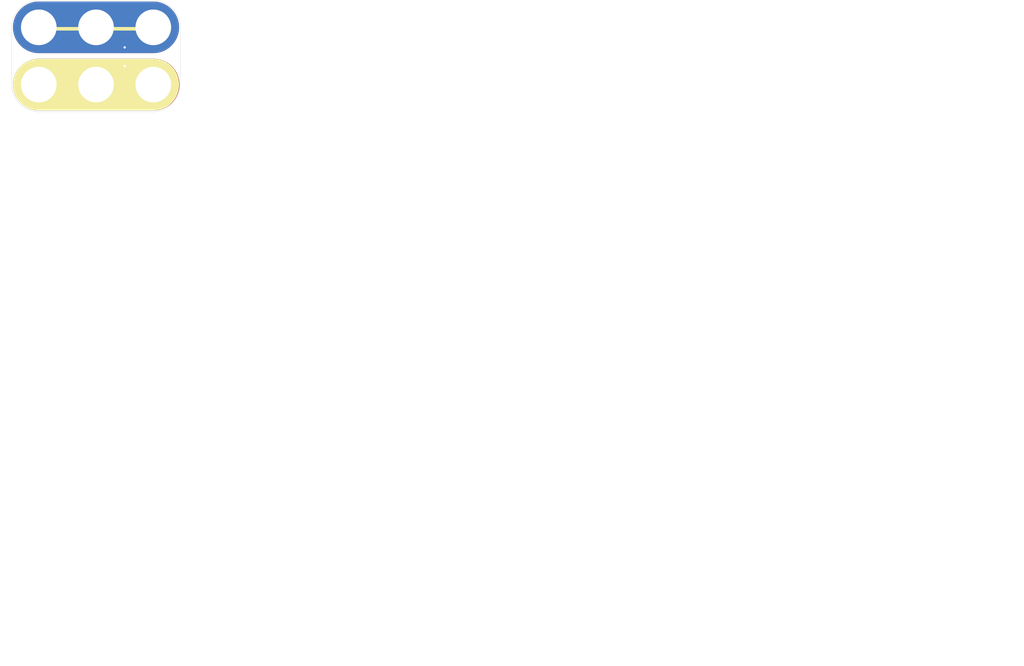
<source format=kicad_pcb>
(kicad_pcb (version 4) (host pcbnew 4.0.5-e0-6337~49~ubuntu16.04.1)

  (general
    (links 4)
    (no_connects 4)
    (area -1.81356 21.837179 141.031199 115.19408)
    (thickness 1.6)
    (drawings 1)
    (tracks 0)
    (zones 0)
    (modules 1)
    (nets 3)
  )

  (page USLetter)
  (title_block
    (title "2x3 Push Terminal 3mm Pitch SMT")
    (date "17 Mar 2017")
    (rev v1.1)
    (company "CERN Open Hardware License v1.2.")
    (comment 1 help@browndoggadgets.com)
    (comment 2 http://browndoggadgets.com/)
    (comment 3 "Brown Dog Gadgets")
  )

  (layers
    (0 F.Cu signal)
    (31 B.Cu signal)
    (34 B.Paste user)
    (35 F.Paste user)
    (36 B.SilkS user)
    (37 F.SilkS user)
    (38 B.Mask user)
    (39 F.Mask user)
    (40 Dwgs.User user)
    (44 Edge.Cuts user)
    (46 B.CrtYd user)
    (47 F.CrtYd user)
    (48 B.Fab user)
    (49 F.Fab user)
  )

  (setup
    (last_trace_width 0.254)
    (user_trace_width 0.1524)
    (user_trace_width 0.254)
    (user_trace_width 0.3302)
    (user_trace_width 0.508)
    (user_trace_width 0.762)
    (user_trace_width 1.27)
    (trace_clearance 0.254)
    (zone_clearance 0.508)
    (zone_45_only no)
    (trace_min 0.1524)
    (segment_width 0.1524)
    (edge_width 0.1524)
    (via_size 0.6858)
    (via_drill 0.3302)
    (via_min_size 0.6858)
    (via_min_drill 0.3302)
    (user_via 0.6858 0.3302)
    (user_via 0.762 0.4064)
    (user_via 0.8636 0.508)
    (uvia_size 0.6858)
    (uvia_drill 0.3302)
    (uvias_allowed no)
    (uvia_min_size 0)
    (uvia_min_drill 0)
    (pcb_text_width 0.1524)
    (pcb_text_size 1.016 1.016)
    (mod_edge_width 0.1524)
    (mod_text_size 1.016 1.016)
    (mod_text_width 0.1524)
    (pad_size 1.524 1.524)
    (pad_drill 0.762)
    (pad_to_mask_clearance 0.0762)
    (solder_mask_min_width 0.1016)
    (pad_to_paste_clearance -0.0762)
    (aux_axis_origin 0 0)
    (visible_elements FFFEDF7D)
    (pcbplotparams
      (layerselection 0x310fc_80000001)
      (usegerberextensions true)
      (excludeedgelayer true)
      (linewidth 0.100000)
      (plotframeref false)
      (viasonmask false)
      (mode 1)
      (useauxorigin false)
      (hpglpennumber 1)
      (hpglpenspeed 20)
      (hpglpendiameter 15)
      (hpglpenoverlay 2)
      (psnegative false)
      (psa4output false)
      (plotreference true)
      (plotvalue true)
      (plotinvisibletext false)
      (padsonsilk false)
      (subtractmaskfromsilk false)
      (outputformat 1)
      (mirror false)
      (drillshape 0)
      (scaleselection 1)
      (outputdirectory gerbers))
  )

  (net 0 "")
  (net 1 /1)
  (net 2 /2)

  (net_class Default "This is the default net class."
    (clearance 0.254)
    (trace_width 0.254)
    (via_dia 0.6858)
    (via_drill 0.3302)
    (uvia_dia 0.6858)
    (uvia_drill 0.3302)
    (add_net /1)
    (add_net /2)
  )

  (module Crazy_Circuits:PUSH-TERMINAL-3MM-SMT-2x3 (layer F.Cu) (tedit 592AE51B) (tstamp 592B168F)
    (at 3.6055 33.9115)
    (descr "10mm LED 5mm pitch through hole center polarized")
    (path /587EB9D9)
    (fp_text reference J1 (at 4 -5) (layer B.SilkS) hide
      (effects (font (size 1 1) (thickness 0.15)) (justify mirror))
    )
    (fp_text value "Push Terminal Block" (at 12 -4) (layer F.Fab) hide
      (effects (font (size 1 1) (thickness 0.15)))
    )
    (fp_arc (start 16.002 -8.001) (end 13.2715 -7.8105) (angle 233.6768376) (layer F.Mask) (width 0.6))
    (fp_line (start 0 -7.8) (end 16.2 -7.8) (layer F.SilkS) (width 0.5))
    (fp_text user HOLES (at 17.4 -4 90) (layer F.Fab)
      (effects (font (size 0.762 0.762) (thickness 0.15)))
    )
    (fp_text user 3.5mm (at 12 -6) (layer F.Fab)
      (effects (font (size 1 1) (thickness 0.15)))
    )
    (fp_text user TERMINAL (at 12 -2) (layer F.Fab)
      (effects (font (size 1 1) (thickness 0.15)))
    )
    (fp_text user SCREW (at 12 -4) (layer F.Fab)
      (effects (font (size 1 1) (thickness 0.15)))
    )
    (fp_line (start 8 -1.2) (end 8 -6.8) (layer F.Fab) (width 0.1))
    (fp_line (start 16 -1.2) (end 8 -1.2) (layer F.Fab) (width 0.1))
    (fp_line (start 16 -6.8) (end 16 -1.2) (layer F.Fab) (width 0.1))
    (fp_line (start 8 -6.8) (end 16 -6.8) (layer F.Fab) (width 0.1))
    (fp_text user %R (at 12 -4) (layer F.Fab) hide
      (effects (font (size 1 1) (thickness 0.15)))
    )
    (fp_line (start 16 -8) (end 0 -8) (layer B.Mask) (width 7.2))
    (fp_line (start 16 -8) (end 0 -8) (layer B.Cu) (width 7.2))
    (fp_line (start 16 0) (end 0 0) (layer B.Mask) (width 7.2))
    (fp_line (start 16 0) (end 0 0) (layer B.Cu) (width 7.2))
    (fp_line (start 15.9 -11.8) (end 0.1 -11.8) (layer Edge.Cuts) (width 0.04064))
    (fp_line (start 15.9 3.8) (end 0.1 3.8) (layer Edge.Cuts) (width 0.04064))
    (fp_line (start 19.8 -0.1) (end 19.8 -7.9) (layer Edge.Cuts) (width 0.04064))
    (fp_line (start -3.8 -0.1) (end -3.8 -7.9) (layer Edge.Cuts) (width 0.04064))
    (fp_arc (start 15.9 -7.9) (end 15.9 -11.8) (angle 90) (layer Edge.Cuts) (width 0.04064))
    (fp_arc (start 15.9 -0.1) (end 19.8 -0.1) (angle 90) (layer Edge.Cuts) (width 0.04064))
    (fp_arc (start 0.1 -0.1) (end 0.1 3.8) (angle 90) (layer Edge.Cuts) (width 0.04064))
    (fp_arc (start 0.1 -7.9) (end -3.8 -7.9) (angle 90) (layer Edge.Cuts) (width 0.04064))
    (fp_line (start 15.9 -11.8) (end 0.1 -11.8) (layer F.Fab) (width 0.04064))
    (fp_line (start 15.9 3.8) (end 0.1 3.8) (layer F.Fab) (width 0.04064))
    (fp_line (start 19.8 -0.1) (end 19.8 -7.9) (layer F.Fab) (width 0.04064))
    (fp_line (start -3.8 -0.1) (end -3.8 -7.9) (layer F.Fab) (width 0.04064))
    (fp_arc (start 15.9 -7.9) (end 15.9 -11.8) (angle 90) (layer F.Fab) (width 0.04064))
    (fp_arc (start 15.9 -0.1) (end 19.8 -0.1) (angle 90) (layer F.Fab) (width 0.04064))
    (fp_arc (start 0.1 -0.1) (end 0.1 3.8) (angle 90) (layer F.Fab) (width 0.04064))
    (fp_arc (start 0.1 -7.9) (end -3.8 -7.9) (angle 90) (layer F.Fab) (width 0.04064))
    (fp_line (start 16 0) (end 0 0) (layer F.SilkS) (width 7.2))
    (fp_line (start 9 -5.2) (end 15 -5.2) (layer F.Cu) (width 1))
    (fp_line (start 9 -2.6) (end 15 -2.6) (layer F.Cu) (width 1))
    (fp_text user "THIS END" (at 18.6 -4 90) (layer F.Fab)
      (effects (font (size 0.762 0.762) (thickness 0.15)))
    )
    (fp_arc (start 16.002 0) (end 17.7165 -2.159) (angle 231.5462908) (layer F.Mask) (width 0.6))
    (fp_arc (start 8.001 -8.001) (end 5.2705 -7.8105) (angle 188.5048928) (layer F.Mask) (width 0.6))
    (fp_arc (start 8.001 0) (end 10.7315 0) (angle 181.2730132) (layer F.Mask) (width 0.6))
    (fp_line (start 16 -8) (end 0 -8) (layer F.Cu) (width 7.2))
    (fp_line (start 16.0635 0) (end 0.0635 0) (layer F.Cu) (width 7.2))
    (pad 1 smd rect (at 9 -5.4 90) (size 1.4 2.5) (layers F.Cu F.Paste F.Mask)
      (net 1 /1))
    (pad 2 smd rect (at 9 -2.4 90) (size 1.4 2.5) (layers F.Cu F.Paste F.Mask)
      (net 2 /2))
    (pad 1 smd rect (at 15 -5.4 90) (size 1.4 2.5) (layers F.Cu F.Paste F.Mask)
      (net 1 /1))
    (pad 2 smd rect (at 15 -2.4 90) (size 1.4 2.5) (layers F.Cu F.Paste F.Mask)
      (net 2 /2))
    (pad - thru_hole circle (at 0 0) (size 6 6) (drill 4.98) (layers *.Cu *.Mask))
    (pad + thru_hole circle (at 0 -8) (size 6 6) (drill 4.98) (layers *.Cu *.Mask))
    (pad "" np_thru_hole circle (at 16 -8) (size 4.98 4.98) (drill 4.98) (layers *.Cu B.Mask))
    (pad "" np_thru_hole circle (at 16 0) (size 4.98 4.98) (drill 4.98) (layers *.Cu B.Mask))
    (pad "" np_thru_hole circle (at 8 -8) (size 4.98 4.98) (drill 4.98) (layers *.Cu B.Mask))
    (pad "" np_thru_hole circle (at 8 0) (size 4.98 4.98) (drill 4.98) (layers *.Cu B.Mask))
    (pad 1 thru_hole circle (at 12 -5.2) (size 0.762 0.762) (drill 0.3302) (layers *.Cu B.Mask)
      (net 1 /1))
    (pad 2 thru_hole circle (at 12 -2.6) (size 0.762 0.762) (drill 0.3302) (layers *.Cu B.Mask)
      (net 2 /2))
  )

  (gr_text "FABRICATION NOTES\n\n1. THIS IS A 2 LAYER BOARD. \n2. EXTERNAL LAYERS SHALL HAVE 1 OZ COPPER.\n3. MATERIAL: FR4 AND 0.062 INCH +/- 10% THICK.\n4. BOARDS SHALL BE ROHS COMPLIANT. \n5. MANUFACTURE IN ACCORDANCE WITH IPC-6012 CLASS 2\n6. MASK: BOTH SIDES OF THE BOARD SHALL HAVE \n   SOLDER MASK (PURPLE) OVER BARE COPPER. \n7. SILK: BOTH SIDES OF THE BOARD SHALL HAVE \n   WHITE SILKSCREEN. DO NOT PLACE SILK OVER BARE COPPER.\n8. FINISH: ENIG.\n9. MINIMUM TRACE WIDTH - 0.006 INCH.\n   MINIMUM SPACE - 0.006 INCH.\n   MINIMUM HOLE DIA - 0.013 INCH. \n10. MAX HOLE PLACEMENT TOLERANCE OF +/- 0.003 INCH.\n11. MAX HOLE DIAMETER TOLERANCE OF +/- 0.003 INCH AFTER PLATING." (at -1.81356 80.52308) (layer Dwgs.User)
    (effects (font (size 2.54 2.54) (thickness 0.254)) (justify left))
  )

)

</source>
